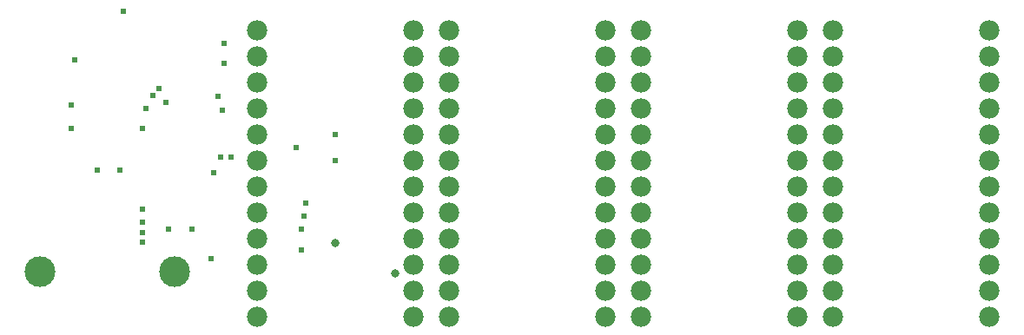
<source format=gbr>
%TF.GenerationSoftware,KiCad,Pcbnew,(6.0.7)*%
%TF.CreationDate,2022-08-19T11:16:44-06:00*%
%TF.ProjectId,ogx360,6f677833-3630-42e6-9b69-6361645f7063,rev?*%
%TF.SameCoordinates,Original*%
%TF.FileFunction,Soldermask,Bot*%
%TF.FilePolarity,Negative*%
%FSLAX46Y46*%
G04 Gerber Fmt 4.6, Leading zero omitted, Abs format (unit mm)*
G04 Created by KiCad (PCBNEW (6.0.7)) date 2022-08-19 11:16:44*
%MOMM*%
%LPD*%
G01*
G04 APERTURE LIST*
%ADD10C,1.981600*%
%ADD11C,3.000000*%
%ADD12C,0.609600*%
%ADD13C,0.800000*%
G04 APERTURE END LIST*
D10*
%TO.C,U7*%
X193916100Y-91891200D03*
X193916100Y-94431200D03*
X193916100Y-96971200D03*
X193916100Y-99511200D03*
X193916100Y-102051200D03*
X193916100Y-104591200D03*
X193916100Y-107131200D03*
X193916100Y-109671200D03*
X193916100Y-112211200D03*
X193916100Y-114751200D03*
X193916100Y-117291200D03*
X193916100Y-119831200D03*
X178676100Y-119831200D03*
X178676100Y-117291200D03*
X178676100Y-114751200D03*
X178676100Y-112211200D03*
X178676100Y-109671200D03*
X178676100Y-107131200D03*
X178676100Y-104591200D03*
X178676100Y-102051200D03*
X178676100Y-99511200D03*
X178676100Y-96971200D03*
X178676100Y-94431200D03*
X178676100Y-91891200D03*
%TD*%
D11*
%TO.C,J1*%
X114459000Y-115416600D03*
X101319000Y-115416600D03*
%TD*%
D10*
%TO.C,U5*%
X156451100Y-91891200D03*
X156451100Y-94431200D03*
X156451100Y-96971200D03*
X156451100Y-99511200D03*
X156451100Y-102051200D03*
X156451100Y-104591200D03*
X156451100Y-107131200D03*
X156451100Y-109671200D03*
X156451100Y-112211200D03*
X156451100Y-114751200D03*
X156451100Y-117291200D03*
X156451100Y-119831200D03*
X141211100Y-119831200D03*
X141211100Y-117291200D03*
X141211100Y-114751200D03*
X141211100Y-112211200D03*
X141211100Y-109671200D03*
X141211100Y-107131200D03*
X141211100Y-104591200D03*
X141211100Y-102051200D03*
X141211100Y-99511200D03*
X141211100Y-96971200D03*
X141211100Y-94431200D03*
X141211100Y-91891200D03*
%TD*%
%TO.C,U6*%
X175183600Y-91891200D03*
X175183600Y-94431200D03*
X175183600Y-96971200D03*
X175183600Y-99511200D03*
X175183600Y-102051200D03*
X175183600Y-104591200D03*
X175183600Y-107131200D03*
X175183600Y-109671200D03*
X175183600Y-112211200D03*
X175183600Y-114751200D03*
X175183600Y-117291200D03*
X175183600Y-119831200D03*
X159943600Y-119831200D03*
X159943600Y-117291200D03*
X159943600Y-114751200D03*
X159943600Y-112211200D03*
X159943600Y-109671200D03*
X159943600Y-107131200D03*
X159943600Y-104591200D03*
X159943600Y-102051200D03*
X159943600Y-99511200D03*
X159943600Y-96971200D03*
X159943600Y-94431200D03*
X159943600Y-91891200D03*
%TD*%
%TO.C,U4*%
X137718600Y-91891200D03*
X137718600Y-94431200D03*
X137718600Y-96971200D03*
X137718600Y-99511200D03*
X137718600Y-102051200D03*
X137718600Y-104591200D03*
X137718600Y-107131200D03*
X137718600Y-109671200D03*
X137718600Y-112211200D03*
X137718600Y-114751200D03*
X137718600Y-117291200D03*
X137718600Y-119831200D03*
X122478600Y-119831200D03*
X122478600Y-117291200D03*
X122478600Y-114751200D03*
X122478600Y-112211200D03*
X122478600Y-109671200D03*
X122478600Y-107131200D03*
X122478600Y-104591200D03*
X122478600Y-102051200D03*
X122478600Y-99511200D03*
X122478600Y-96971200D03*
X122478600Y-94431200D03*
X122478600Y-91891200D03*
%TD*%
D12*
X118303000Y-105797600D03*
X127241100Y-108718700D03*
X111366100Y-110623700D03*
X119938600Y-104273700D03*
X112928226Y-97569135D03*
X126812000Y-113290600D03*
X116128600Y-111258700D03*
X113906100Y-111258700D03*
X119303600Y-95066200D03*
X104381100Y-99193700D03*
X109461100Y-89986200D03*
X118986100Y-104273700D03*
X118049000Y-114179600D03*
X104381100Y-101416200D03*
X104698600Y-94748700D03*
X111366100Y-112528700D03*
X111366100Y-109353700D03*
X111366100Y-101416200D03*
X111366100Y-111576200D03*
X111683600Y-99511200D03*
X109143600Y-105543700D03*
X112335300Y-98241200D03*
X106921100Y-105543700D03*
X130098600Y-104591200D03*
X130098600Y-102051200D03*
X119303600Y-93161200D03*
X119155906Y-99658894D03*
X126288600Y-103321200D03*
X118668600Y-98345400D03*
X113588600Y-98876200D03*
X127066000Y-109988600D03*
X126812000Y-111258600D03*
D13*
X130114000Y-112655600D03*
X135956000Y-115576600D03*
M02*

</source>
